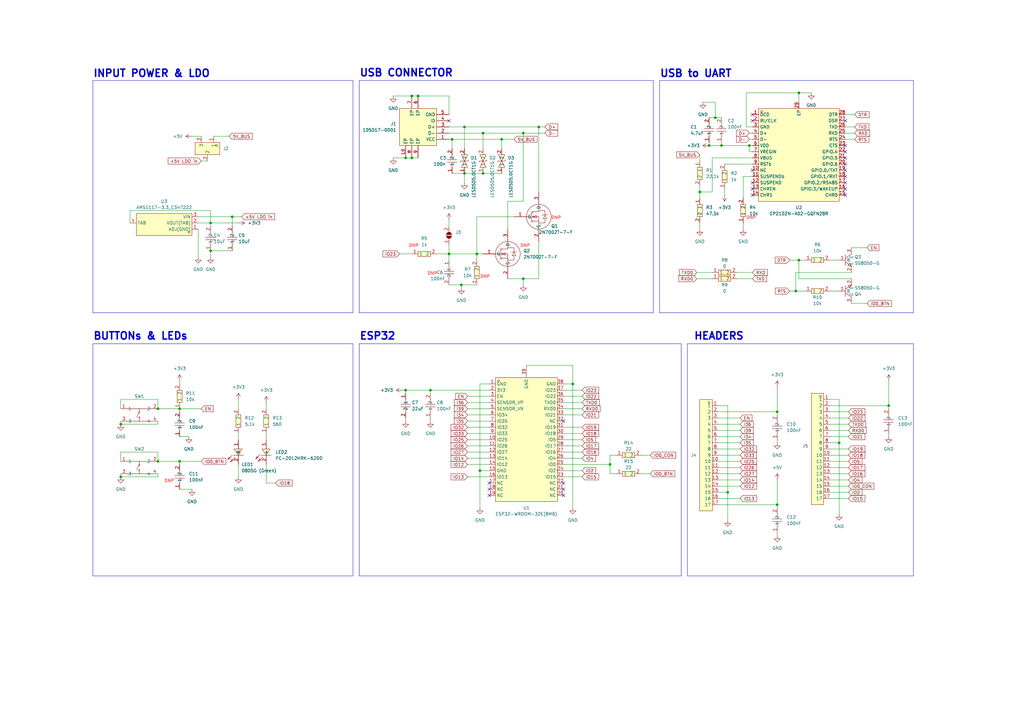
<source format=kicad_sch>
(kicad_sch (version 20230121) (generator eeschema)
  (paper "A3")
  (title_block (title "ESP32") (date "2024-09-22") (rev "1") (company "SHElectronic") (comment 2 "By Sherwin Sattar") (comment 4 "ESP32 sch"))
  (lib_symbols
    (symbol "Jumper:SolderJumper_2_Open" (pin_names (offset 0) hide)
      (property "Reference" "JP" (at 0 2.032 0))
      (property "Value" "SolderJumper_2_Open" (at 0 -2.54 0))
      (symbol "SolderJumper_2_Open_1_1"
        (pin passive line (at -3.81 0 0) (length 2.54) (name "A") (number "1"))
        (pin passive line (at 3.81 0 180) (length 2.54) (name "B") (number "2"))
      )
    )
    (symbol "easyeda2kicad:0402WGF0000TCE"
      (property "Reference" "R" (at 0 5.08 0))
      (property "Value" "0402WGF0000TCE" (at 0 -5.08 0))
      (symbol "0402WGF0000TCE_0_1"
        (pin input line (at -5.08 0 0) (length 2.54) (name "1") (number "1"))
        (pin input line (at 5.08 0 180) (length 2.54) (name "2") (number "2"))
      )
    )
    (symbol "easyeda2kicad:0402WGF1001TCE"
      (property "Reference" "R" (at 0 5.08 0))
      (property "Value" "0402WGF1001TCE" (at 0 -5.08 0))
      (symbol "0402WGF1001TCE_0_1"
        (pin input line (at -5.08 0 0) (length 2.54) (name "1") (number "1"))
        (pin input line (at 5.08 0 180) (length 2.54) (name "2") (number "2"))
      )
    )
    (symbol "easyeda2kicad:0402WGF1002TCE"
      (property "Reference" "R" (at 0 5.08 0))
      (property "Value" "0402WGF1002TCE" (at 0 -5.08 0))
      (symbol "0402WGF1002TCE_0_1"
        (pin input line (at -5.08 0 0) (length 2.54) (name "1") (number "1"))
        (pin input line (at 5.08 0 180) (length 2.54) (name "2") (number "2"))
      )
    )
    (symbol "easyeda2kicad:0402WGF220JTCE"
      (property "Reference" "R" (at 0 5.08 0))
      (property "Value" "0402WGF220JTCE" (at 0 -5.08 0))
      (symbol "0402WGF220JTCE_0_1"
        (pin input line (at -5.08 0 0) (length 2.54) (name "1") (number "1"))
        (pin input line (at 5.08 0 180) (length 2.54) (name "2") (number "2"))
      )
    )
    (symbol "easyeda2kicad:0402WGF2212TCE"
      (property "Reference" "R" (at 0 5.08 0))
      (property "Value" "0402WGF2212TCE" (at 0 -5.08 0))
      (symbol "0402WGF2212TCE_0_1"
        (pin input line (at -5.08 0 0) (length 2.54) (name "1") (number "1"))
        (pin input line (at 5.08 0 180) (length 2.54) (name "2") (number "2"))
      )
    )
    (symbol "easyeda2kicad:0402WGF4752TCE"
      (property "Reference" "R" (at 0 5.08 0))
      (property "Value" "0402WGF4752TCE" (at 0 -5.08 0))
      (symbol "0402WGF4752TCE_0_1"
        (pin input line (at -5.08 0 0) (length 2.54) (name "1") (number "1"))
        (pin input line (at 5.08 0 180) (length 2.54) (name "2") (number "2"))
      )
    )
    (symbol "easyeda2kicad:0402WGF5101TCE"
      (property "Reference" "R" (at 0 5.08 0))
      (property "Value" "0402WGF5101TCE" (at 0 -5.08 0))
      (symbol "0402WGF5101TCE_0_1"
        (pin input line (at -5.08 0 0) (length 2.54) (name "1") (number "1"))
        (pin input line (at 5.08 0 180) (length 2.54) (name "2") (number "2"))
      )
    )
    (symbol "easyeda2kicad:0402WGF5600TCE"
      (property "Reference" "R" (at 0 5.08 0))
      (property "Value" "0402WGF5600TCE" (at 0 -5.08 0))
      (symbol "0402WGF5600TCE_0_1"
        (pin input line (at -5.08 0 0) (length 2.54) (name "1") (number "1"))
        (pin input line (at 5.08 0 180) (length 2.54) (name "2") (number "2"))
      )
    )
    (symbol "easyeda2kicad:0805G(Green)"
      (property "Reference" "LED" (at 0 5.08 0))
      (property "Value" "0805G (Green)" (at 0 -5.08 0))
      (symbol "0805G(Green)_0_1"
        (pin unspecified line (at 5.08 0 180) (length 3.81) (name "A") (number "1"))
        (pin unspecified line (at -5.08 0 0) (length 3.81) (name "K") (number "2"))
      )
    )
    (symbol "easyeda2kicad:105017-0001"
      (property "Reference" "USB" (at 0 17.78 0))
      (property "Value" "105017-0001" (at 0 -17.78 0))
      (symbol "105017-0001_0_1"
        (pin unspecified line (at -8.89 5.08 0) (length 5.08) (name "VCC") (number "1"))
        (pin unspecified line (at 8.89 12.7 270) (length 5.08) (name "EP") (number "10"))
        (pin unspecified line (at -8.89 2.54 0) (length 5.08) (name "D-") (number "2"))
        (pin unspecified line (at -8.89 0 0) (length 5.08) (name "D+") (number "3"))
        (pin unspecified line (at -8.89 -2.54 0) (length 5.08) (name "ID") (number "4"))
        (pin unspecified line (at -8.89 -5.08 0) (length 5.08) (name "GND") (number "5"))
        (pin unspecified line (at 3.81 -12.7 90) (length 5.08) (name "EP") (number "6"))
        (pin unspecified line (at 6.35 -12.7 90) (length 5.08) (name "EP") (number "7"))
        (pin unspecified line (at 6.35 12.7 270) (length 5.08) (name "EP") (number "8"))
        (pin unspecified line (at 3.81 12.7 270) (length 5.08) (name "EP") (number "9"))
      )
    )
    (symbol "easyeda2kicad:2N7002T-7-F"
      (property "Reference" "Q" (at 0 15.24 0))
      (property "Value" "2N7002T-7-F" (at 0 -15.24 0))
      (symbol "2N7002T-7-F_0_1"
        (pin unspecified line (at -10.16 0 0) (length 5.08) (name "G") (number "1"))
        (pin unspecified line (at 0 -10.16 90) (length 5.08) (name "S") (number "2"))
        (pin unspecified line (at 0 10.16 270) (length 5.08) (name "D") (number "3"))
      )
    )
    (symbol "easyeda2kicad:AMS1117-3.3_C347222"
      (property "Reference" "U" (at 0 7.62 0))
      (property "Value" "AMS1117-3.3_C347222" (at 0 -7.62 0))
      (symbol "AMS1117-3.3_C347222_0_1"
        (pin unspecified line (at -15.24 2.54 0) (length 2.54) (name "ADJ(GND)") (number "1"))
        (pin unspecified line (at -15.24 0 0) (length 2.54) (name "VOUT(TAB)") (number "2"))
        (pin unspecified line (at -15.24 -2.54 0) (length 2.54) (name "VIN") (number "3"))
        (pin unspecified line (at 12.7 0 180) (length 2.54) (name "TAB") (number "4"))
      )
    )
    (symbol "easyeda2kicad:CL05A106MP5NUNC_C315248"
      (property "Reference" "C" (at 0 5.08 0))
      (property "Value" "CL05A106MP5NUNC_C315248" (at 0 -5.08 0))
      (symbol "CL05A106MP5NUNC_C315248_0_1"
        (pin unspecified line (at -5.08 0 0) (length 2.54) (name "1") (number "1"))
        (pin unspecified line (at 5.08 0 180) (length 2.54) (name "2") (number "2"))
      )
    )
    (symbol "easyeda2kicad:CL05A475KP5NRNC"
      (property "Reference" "C" (at 0 10.16 0))
      (property "Value" "CL05A475KP5NRNC" (at 0 -10.16 0))
      (symbol "CL05A475KP5NRNC_0_1"
        (pin unspecified line (at 0 -5.08 90) (length 2.54) (name "1") (number "1"))
        (pin unspecified line (at 0 5.08 270) (length 2.54) (name "2") (number "2"))
      )
    )
    (symbol "easyeda2kicad:CL05B104KO5NNNC"
      (property "Reference" "C" (at 0 5.08 0))
      (property "Value" "CL05B104KO5NNNC" (at 0 -5.08 0))
      (symbol "CL05B104KO5NNNC_0_1"
        (pin unspecified line (at -5.08 0 0) (length 2.54) (name "1") (number "1"))
        (pin unspecified line (at 5.08 0 180) (length 2.54) (name "2") (number "2"))
      )
    )
    (symbol "easyeda2kicad:CL21A226MAYNNNE"
      (property "Reference" "C" (at 0 5.08 0))
      (property "Value" "CL21A226MAYNNNE" (at 0 -5.08 0))
      (symbol "CL21A226MAYNNNE_0_1"
        (pin unspecified line (at -5.08 0 0) (length 2.54) (name "1") (number "1"))
        (pin unspecified line (at 5.08 0 180) (length 2.54) (name "2") (number "2"))
      )
    )
    (symbol "easyeda2kicad:CP2102N-A02-GQFN28R"
      (property "Reference" "U" (at 0 26.67 0))
      (property "Value" "CP2102N-A02-GQFN28R" (at 0 -21.59 0))
      (symbol "CP2102N-A02-GQFN28R_0_1"
        (pin unspecified line (at -19.05 16.51 0) (length 2.54) (name "DCD") (number "1"))
        (pin unspecified line (at -19.05 -6.35 0) (length 2.54) (name "NC") (number "10"))
        (pin unspecified line (at -19.05 -8.89 0) (length 2.54) (name "SUSPENDb") (number "11"))
        (pin unspecified line (at -19.05 -11.43 0) (length 2.54) (name "SUSPEND") (number "12"))
        (pin unspecified line (at -19.05 -13.97 0) (length 2.54) (name "CHREN") (number "13"))
        (pin unspecified line (at -19.05 -16.51 0) (length 2.54) (name "CHR1") (number "14"))
        (pin unspecified line (at 19.05 -16.51 180) (length 2.54) (name "CHR0") (number "15"))
        (pin unspecified line (at 19.05 -13.97 180) (length 2.54) (name "GPIO.3/WAKEUP") (number "16"))
        (pin unspecified line (at 19.05 -11.43 180) (length 2.54) (name "GPIO.2/RS485") (number "17"))
        (pin unspecified line (at 19.05 -8.89 180) (length 2.54) (name "GPIO.1/RXT") (number "18"))
        (pin unspecified line (at 19.05 -6.35 180) (length 2.54) (name "GPIO.0/TXT") (number "19"))
        (pin unspecified line (at -19.05 13.97 0) (length 2.54) (name "RI/CLK") (number "2"))
        (pin unspecified line (at 19.05 -3.81 180) (length 2.54) (name "GPIO.6") (number "20"))
        (pin unspecified line (at 19.05 -1.27 180) (length 2.54) (name "GPIO.5") (number "21"))
        (pin unspecified line (at 19.05 1.27 180) (length 2.54) (name "GPIO.4") (number "22"))
        (pin unspecified line (at 19.05 3.81 180) (length 2.54) (name "CTS") (number "23"))
        (pin unspecified line (at 19.05 6.35 180) (length 2.54) (name "RTS") (number "24"))
        (pin unspecified line (at 19.05 8.89 180) (length 2.54) (name "RXD") (number "25"))
        (pin unspecified line (at 19.05 11.43 180) (length 2.54) (name "TXD") (number "26"))
        (pin unspecified line (at 19.05 13.97 180) (length 2.54) (name "DSR") (number "27"))
        (pin unspecified line (at 19.05 16.51 180) (length 2.54) (name "DTR") (number "28"))
        (pin unspecified line (at 0 21.59 270) (length 2.54) (name "EP") (number "29"))
        (pin unspecified line (at -19.05 11.43 0) (length 2.54) (name "GND") (number "3"))
        (pin unspecified line (at -19.05 8.89 0) (length 2.54) (name "D+") (number "4"))
        (pin unspecified line (at -19.05 6.35 0) (length 2.54) (name "D-") (number "5"))
        (pin unspecified line (at -19.05 3.81 0) (length 2.54) (name "VDD") (number "6"))
        (pin unspecified line (at -19.05 1.27 0) (length 2.54) (name "VREGIN") (number "7"))
        (pin unspecified line (at -19.05 -1.27 0) (length 2.54) (name "VBUS") (number "8"))
        (pin unspecified line (at -19.05 -3.81 0) (length 2.54) (name "RSTb") (number "9"))
      )
    )
    (symbol "easyeda2kicad:ESP32-WROOM-32E(8MB)"
      (property "Reference" "U" (at 0 38.1 0))
      (property "Value" "ESP32-WROOM-32E(8MB)" (at 0 -25.4 0))
      (symbol "ESP32-WROOM-32E(8MB)_0_1"
        (pin unspecified line (at -15.24 25.4 0) (length 2.54) (name "GND") (number "1"))
        (pin unspecified line (at -15.24 2.54 0) (length 2.54) (name "IO25") (number "10"))
        (pin unspecified line (at -15.24 0 0) (length 2.54) (name "IO26") (number "11"))
        (pin unspecified line (at -15.24 -2.54 0) (length 2.54) (name "IO27") (number "12"))
        (pin unspecified line (at -15.24 -5.08 0) (length 2.54) (name "IO14") (number "13"))
        (pin unspecified line (at -15.24 -7.62 0) (length 2.54) (name "IO12") (number "14"))
        (pin unspecified line (at -15.24 -10.16 0) (length 2.54) (name "GND") (number "15"))
        (pin unspecified line (at -15.24 -12.7 0) (length 2.54) (name "IO13") (number "16"))
        (pin unspecified line (at -15.24 -15.24 0) (length 2.54) (name "NC") (number "17"))
        (pin unspecified line (at -15.24 -17.78 0) (length 2.54) (name "NC") (number "18"))
        (pin unspecified line (at -15.24 -20.32 0) (length 2.54) (name "NC") (number "19"))
        (pin unspecified line (at -15.24 22.86 0) (length 2.54) (name "3V3") (number "2"))
        (pin unspecified line (at 15.24 -20.32 180) (length 2.54) (name "NC") (number "20"))
        (pin unspecified line (at 15.24 -17.78 180) (length 2.54) (name "NC") (number "21"))
        (pin unspecified line (at 15.24 -15.24 180) (length 2.54) (name "NC") (number "22"))
        (pin unspecified line (at 15.24 -12.7 180) (length 2.54) (name "IO15") (number "23"))
        (pin unspecified line (at 15.24 -10.16 180) (length 2.54) (name "IO2") (number "24"))
        (pin unspecified line (at 15.24 -7.62 180) (length 2.54) (name "IO0") (number "25"))
        (pin unspecified line (at 15.24 -5.08 180) (length 2.54) (name "IO4") (number "26"))
        (pin unspecified line (at 15.24 -2.54 180) (length 2.54) (name "IO16") (number "27"))
        (pin unspecified line (at 15.24 0 180) (length 2.54) (name "IO17") (number "28"))
        (pin unspecified line (at 15.24 2.54 180) (length 2.54) (name "IO5") (number "29"))
        (pin unspecified line (at -15.24 20.32 0) (length 2.54) (name "EN") (number "3"))
        (pin unspecified line (at 15.24 5.08 180) (length 2.54) (name "IO18") (number "30"))
        (pin unspecified line (at 15.24 7.62 180) (length 2.54) (name "IO19") (number "31"))
        (pin unspecified line (at 15.24 10.16 180) (length 2.54) (name "NC") (number "32"))
        (pin unspecified line (at 15.24 12.7 180) (length 2.54) (name "IO21") (number "33"))
        (pin unspecified line (at 15.24 15.24 180) (length 2.54) (name "RXD0") (number "34"))
        (pin unspecified line (at 15.24 17.78 180) (length 2.54) (name "TXD0") (number "35"))
        (pin unspecified line (at 15.24 20.32 180) (length 2.54) (name "IO22") (number "36"))
        (pin unspecified line (at 15.24 22.86 180) (length 2.54) (name "IO23") (number "37"))
        (pin unspecified line (at 15.24 25.4 180) (length 2.54) (name "GND") (number "38"))
        (pin unspecified line (at 0 33.02 270) (length 5.08) (name "GND") (number "39"))
        (pin unspecified line (at -15.24 17.78 0) (length 2.54) (name "SENSOR_VP") (number "4"))
        (pin unspecified line (at -15.24 15.24 0) (length 2.54) (name "SENSOR_VN") (number "5"))
        (pin unspecified line (at -15.24 12.7 0) (length 2.54) (name "IO34") (number "6"))
        (pin unspecified line (at -15.24 10.16 0) (length 2.54) (name "IO35") (number "7"))
        (pin unspecified line (at -15.24 7.62 0) (length 2.54) (name "IO32") (number "8"))
        (pin unspecified line (at -15.24 5.08 0) (length 2.54) (name "IO33") (number "9"))
      )
    )
    (symbol "easyeda2kicad:FC-2012HRK-620D"
      (property "Reference" "LED" (at 0 5.08 0))
      (property "Value" "FC-2012HRK-620D" (at 0 -5.08 0))
      (symbol "FC-2012HRK-620D_0_1"
        (pin unspecified line (at 5.08 0 180) (length 3.81) (name "+") (number "1"))
        (pin unspecified line (at -5.08 0 0) (length 3.81) (name "-") (number "2"))
      )
    )
    (symbol "easyeda2kicad:LESD5D5.0CT1G"
      (property "Reference" "D" (at 0 5.08 0))
      (property "Value" "LESD5D5.0CT1G" (at 0 -5.08 0))
      (symbol "LESD5D5.0CT1G_0_1"
        (pin unspecified line (at -5.08 0 0) (length 2.54) (name "1") (number "1"))
        (pin unspecified line (at 5.08 0 180) (length 2.54) (name "2") (number "2"))
      )
    )
    (symbol "easyeda2kicad:PTS645SH50SMTR92LFS"
      (property "Reference" "SW" (at 0 7.62 0))
      (property "Value" "PTS645SH50SMTR92LFS" (at 0 -7.62 0))
      (symbol "PTS645SH50SMTR92LFS_0_1"
        (pin unspecified line (at -7.62 2.54 0) (length 2.54) (name "1") (number "1"))
        (pin unspecified line (at 7.62 2.54 180) (length 2.54) (name "2") (number "2"))
        (pin unspecified line (at -7.62 -2.54 0) (length 2.54) (name "3") (number "3"))
        (pin unspecified line (at 7.62 -2.54 180) (length 2.54) (name "4") (number "4"))
      )
    )
    (symbol "easyeda2kicad:SS8050-G"
      (property "Reference" "Q" (at 0 10.16 0))
      (property "Value" "SS8050-G" (at 0 -10.16 0))
      (symbol "SS8050-G_0_1"
        (pin input line (at -2.54 0 0) (length 2.54) (name "B") (number "1"))
        (pin input line (at 2.54 -5.08 90) (length 2.54) (name "E") (number "2"))
        (pin input line (at 2.54 5.08 270) (length 2.54) (name "C") (number "3"))
      )
    )
    (symbol "easyeda2kicad:X1311WVS-03J-C40D42R2"
      (property "Reference" "H" (at 0 7.62 0))
      (property "Value" "X1311WVS-03J-C40D42R2" (at 0 -7.62 0))
      (symbol "X1311WVS-03J-C40D42R2_0_1"
        (pin unspecified line (at -5.08 2.54 0) (length 2.54) (name "1") (number "1"))
        (pin unspecified line (at 5.08 0 180) (length 2.54) (name "2") (number "2"))
        (pin unspecified line (at -5.08 -2.54 0) (length 2.54) (name "3") (number "3"))
      )
    )
    (symbol "easyeda2kicad:X6511WV-17H-C30D60"
      (property "Reference" "H" (at 0 25.4 0))
      (property "Value" "X6511WV-17H-C30D60" (at 0 -25.4 0))
      (symbol "X6511WV-17H-C30D60_0_1"
        (pin unspecified line (at -5.08 20.32 0) (length 2.54) (name "1") (number "1"))
        (pin unspecified line (at -5.08 -2.54 0) (length 2.54) (name "10") (number "10"))
        (pin unspecified line (at -5.08 -5.08 0) (length 2.54) (name "11") (number "11"))
        (pin unspecified line (at -5.08 -7.62 0) (length 2.54) (name "12") (number "12"))
        (pin unspecified line (at -5.08 -10.16 0) (length 2.54) (name "13") (number "13"))
        (pin unspecified line (at -5.08 -12.7 0) (length 2.54) (name "14") (number "14"))
        (pin unspecified line (at -5.08 -15.24 0) (length 2.54) (name "15") (number "15"))
        (pin unspecified line (at -5.08 -17.78 0) (length 2.54) (name "16") (number "16"))
        (pin unspecified line (at -5.08 -20.32 0) (length 2.54) (name "17") (number "17"))
        (pin unspecified line (at -5.08 17.78 0) (length 2.54) (name "2") (number "2"))
        (pin unspecified line (at -5.08 15.24 0) (length 2.54) (name "3") (number "3"))
        (pin unspecified line (at -5.08 12.7 0) (length 2.54) (name "4") (number "4"))
        (pin unspecified line (at -5.08 10.16 0) (length 2.54) (name "5") (number "5"))
        (pin unspecified line (at -5.08 7.62 0) (length 2.54) (name "6") (number "6"))
        (pin unspecified line (at -5.08 5.08 0) (length 2.54) (name "7") (number "7"))
        (pin unspecified line (at -5.08 2.54 0) (length 2.54) (name "8") (number "8"))
        (pin unspecified line (at -5.08 0 0) (length 2.54) (name "9") (number "9"))
      )
    )
    (symbol "power:+3V3" (power) (pin_names (offset 0))
      (property "Value" "+3V3" (at 0 3.556 0))
      (symbol "+3V3_1_1"
        (pin power_in line (at 0 0 90) (length 0) hide (name "+3V3") (number "1"))
      )
    )
    (symbol "power:+5V" (power) (pin_names (offset 0))
      (property "Value" "+5V" (at 0 3.556 0))
      (symbol "+5V_1_1"
        (pin power_in line (at 0 0 90) (length 0) hide (name "+5V") (number "1"))
      )
    )
    (symbol "power:GND" (power) (pin_names (offset 0))
      (property "Value" "GND" (at 0 -3.81 0))
      (symbol "GND_1_1"
        (pin power_in line (at 0 0 270) (length 0) hide (name "GND") (number "1"))
      )
    )
  )
  (junction (at 168.91 39.37))
  (junction (at 196.85 193.04))
  (junction (at 168.91 64.77))
  (junction (at 64.77 167.64))
  (junction (at 64.77 189.23))
  (junction (at 327.66 106.68))
  (junction (at 326.39 119.38))
  (junction (at 86.36 91.44))
  (junction (at 198.12 54.61))
  (junction (at 327.66 38.1))
  (junction (at 364.49 166.37))
  (junction (at 205.74 57.15))
  (junction (at 287.02 78.74))
  (junction (at 73.66 167.64))
  (junction (at 318.77 168.91))
  (junction (at 295.91 59.69))
  (junction (at 190.5 71.12))
  (junction (at 166.37 160.02))
  (junction (at 184.15 104.14))
  (junction (at 198.12 71.12))
  (junction (at 190.5 52.07))
  (junction (at 171.45 39.37))
  (junction (at 318.77 207.01))
  (junction (at 220.98 52.07))
  (junction (at 344.17 181.61))
  (junction (at 166.37 64.77))
  (junction (at 298.45 201.93))
  (junction (at 307.34 59.69))
  (junction (at 49.53 173.99))
  (junction (at 95.25 88.9))
  (junction (at 49.53 195.58))
  (junction (at 195.58 104.14))
  (junction (at 185.42 57.15))
  (junction (at 214.63 54.61))
  (junction (at 176.53 160.02))
  (junction (at 250.19 190.5))
  (junction (at 73.66 189.23))
  (junction (at 86.36 102.87))
  (junction (at 290.83 59.69))
  (junction (at 293.37 48.26))
  (junction (at 214.63 114.3))
  (junction (at 234.95 157.48))
  (junction (at 189.23 116.84))
  (no_connect (at 184.15 49.53))
  (no_connect (at 308.61 69.85))
  (no_connect (at 200.66 203.2))
  (no_connect (at 231.14 203.2))
  (no_connect (at 308.61 80.01))
  (no_connect (at 308.61 46.99))
  (no_connect (at 308.61 74.93))
  (no_connect (at 346.71 72.39))
  (no_connect (at 346.71 59.69))
  (no_connect (at 346.71 64.77))
  (no_connect (at 231.14 198.12))
  (no_connect (at 346.71 69.85))
  (no_connect (at 346.71 74.93))
  (no_connect (at 346.71 77.47))
  (no_connect (at 200.66 198.12))
  (no_connect (at 308.61 49.53))
  (no_connect (at 346.71 62.23))
  (no_connect (at 231.14 200.66))
  (no_connect (at 346.71 49.53))
  (no_connect (at 346.71 80.01))
  (no_connect (at 231.14 172.72))
  (no_connect (at 200.66 200.66))
  (no_connect (at 346.71 67.31))
  (no_connect (at 308.61 77.47))
  (wire (pts (xy 189.23 116.84) (xy 189.23 118.11)))
  (wire (pts (xy 198.12 71.12) (xy 205.74 71.12)))
  (wire (pts (xy 231.14 193.04) (xy 238.76 193.04)))
  (wire (pts (xy 364.49 166.37) (xy 364.49 167.64)))
  (wire (pts (xy 294.64 189.23) (xy 303.53 189.23)))
  (wire (pts (xy 307.34 57.15) (xy 308.61 57.15)))
  (wire (pts (xy 340.36 163.83) (xy 344.17 163.83)))
  (wire (pts (xy 294.64 171.45) (xy 303.53 171.45)))
  (wire (pts (xy 166.37 160.02) (xy 166.37 161.29)))
  (wire (pts (xy 231.14 182.88) (xy 238.76 182.88)))
  (wire (pts (xy 49.53 167.64) (xy 49.53 163.83)))
  (wire (pts (xy 231.14 187.96) (xy 238.76 187.96)))
  (wire (pts (xy 184.15 52.07) (xy 190.5 52.07)))
  (wire (pts (xy 250.19 194.31) (xy 250.19 190.5)))
  (wire (pts (xy 190.5 52.07) (xy 190.5 60.96)))
  (wire (pts (xy 346.71 57.15) (xy 350.52 57.15)))
  (wire (pts (xy 64.77 194.31) (xy 64.77 195.58)))
  (wire (pts (xy 195.58 116.84) (xy 189.23 116.84)))
  (wire (pts (xy 113.03 198.12) (xy 109.22 198.12)))
  (wire (pts (xy 190.5 52.07) (xy 220.98 52.07)))
  (wire (pts (xy 231.14 177.8) (xy 238.76 177.8)))
  (wire (pts (xy 298.45 201.93) (xy 298.45 213.36)))
  (wire (pts (xy 220.98 99.06) (xy 220.98 114.3)))
  (wire (pts (xy 318.77 180.34) (xy 318.77 181.61)))
  (wire (pts (xy 294.64 196.85) (xy 303.53 196.85)))
  (wire (pts (xy 163.83 104.14) (xy 168.91 104.14)))
  (wire (pts (xy 308.61 62.23) (xy 307.34 62.23)))
  (wire (pts (xy 97.79 190.5) (xy 97.79 195.58)))
  (wire (pts (xy 82.55 66.04) (xy 85.09 66.04)))
  (wire (pts (xy 184.15 100.33) (xy 184.15 104.14)))
  (wire (pts (xy 176.53 171.45) (xy 176.53 172.72)))
  (wire (pts (xy 191.77 167.64) (xy 200.66 167.64)))
  (wire (pts (xy 307.34 62.23) (xy 307.34 59.69)))
  (wire (pts (xy 340.36 191.77) (xy 347.98 191.77)))
  (wire (pts (xy 215.9 149.86) (xy 234.95 149.86)))
  (wire (pts (xy 73.66 189.23) (xy 73.66 190.5)))
  (wire (pts (xy 191.77 185.42) (xy 200.66 185.42)))
  (wire (pts (xy 184.15 46.99) (xy 184.15 39.37)))
  (wire (pts (xy 184.15 90.17) (xy 184.15 92.71)))
  (wire (pts (xy 168.91 39.37) (xy 171.45 39.37)))
  (wire (pts (xy 307.34 54.61) (xy 308.61 54.61)))
  (wire (pts (xy 176.53 160.02) (xy 166.37 160.02)))
  (wire (pts (xy 287.02 91.44) (xy 287.02 93.98)))
  (wire (pts (xy 200.66 160.02) (xy 176.53 160.02)))
  (wire (pts (xy 340.36 179.07) (xy 347.98 179.07)))
  (wire (pts (xy 64.77 185.42) (xy 64.77 189.23)))
  (wire (pts (xy 53.34 86.36) (xy 86.36 86.36)))
  (wire (pts (xy 340.36 168.91) (xy 347.98 168.91)))
  (wire (pts (xy 73.66 179.07) (xy 77.47 179.07)))
  (wire (pts (xy 86.36 102.87) (xy 86.36 105.41)))
  (wire (pts (xy 346.71 52.07) (xy 350.52 52.07)))
  (wire (pts (xy 306.07 52.07) (xy 306.07 38.1)))
  (wire (pts (xy 184.15 104.14) (xy 195.58 104.14)))
  (wire (pts (xy 294.64 166.37) (xy 298.45 166.37)))
  (wire (pts (xy 190.5 71.12) (xy 198.12 71.12)))
  (wire (pts (xy 191.77 190.5) (xy 200.66 190.5)))
  (wire (pts (xy 73.66 200.66) (xy 78.74 200.66)))
  (wire (pts (xy 73.66 167.64) (xy 82.55 167.64)))
  (wire (pts (xy 293.37 41.91) (xy 293.37 48.26)))
  (wire (pts (xy 191.77 170.18) (xy 200.66 170.18)))
  (wire (pts (xy 287.02 63.5) (xy 287.02 66.04)))
  (wire (pts (xy 250.19 186.69) (xy 252.73 186.69)))
  (wire (pts (xy 308.61 64.77) (xy 292.1 64.77)))
  (wire (pts (xy 195.58 104.14) (xy 198.12 104.14)))
  (wire (pts (xy 294.64 176.53) (xy 303.53 176.53)))
  (wire (pts (xy 364.49 156.21) (xy 364.49 166.37)))
  (wire (pts (xy 290.83 48.26) (xy 293.37 48.26)))
  (wire (pts (xy 208.28 82.55) (xy 214.63 82.55)))
  (wire (pts (xy 318.77 207.01) (xy 318.77 208.28)))
  (wire (pts (xy 293.37 48.26) (xy 295.91 48.26)))
  (wire (pts (xy 81.28 93.98) (xy 81.28 105.41)))
  (wire (pts (xy 340.36 201.93) (xy 347.98 201.93)))
  (wire (pts (xy 191.77 180.34) (xy 200.66 180.34)))
  (wire (pts (xy 294.64 207.01) (xy 318.77 207.01)))
  (wire (pts (xy 205.74 57.15) (xy 210.82 57.15)))
  (wire (pts (xy 161.29 39.37) (xy 168.91 39.37)))
  (wire (pts (xy 318.77 168.91) (xy 318.77 170.18)))
  (wire (pts (xy 109.22 190.5) (xy 109.22 198.12)))
  (wire (pts (xy 231.14 165.1) (xy 238.76 165.1)))
  (wire (pts (xy 323.85 106.68) (xy 327.66 106.68)))
  (wire (pts (xy 349.25 111.76) (xy 326.39 111.76)))
  (wire (pts (xy 73.66 189.23) (xy 82.55 189.23)))
  (wire (pts (xy 64.77 189.23) (xy 73.66 189.23)))
  (wire (pts (xy 327.66 106.68) (xy 330.2 106.68)))
  (wire (pts (xy 184.15 104.14) (xy 184.15 106.68)))
  (wire (pts (xy 49.53 185.42) (xy 64.77 185.42)))
  (wire (pts (xy 208.28 93.98) (xy 208.28 82.55)))
  (wire (pts (xy 64.77 167.64) (xy 73.66 167.64)))
  (wire (pts (xy 95.25 88.9) (xy 99.06 88.9)))
  (wire (pts (xy 302.26 114.3) (xy 308.61 114.3)))
  (wire (pts (xy 285.75 111.76) (xy 292.1 111.76)))
  (wire (pts (xy 323.85 119.38) (xy 326.39 119.38)))
  (wire (pts (xy 195.58 104.14) (xy 195.58 106.68)))
  (wire (pts (xy 234.95 149.86) (xy 234.95 157.48)))
  (wire (pts (xy 288.29 41.91) (xy 293.37 41.91)))
  (wire (pts (xy 294.64 184.15) (xy 303.53 184.15)))
  (wire (pts (xy 214.63 114.3) (xy 214.63 116.84)))
  (wire (pts (xy 346.71 54.61) (xy 350.52 54.61)))
  (wire (pts (xy 340.36 166.37) (xy 364.49 166.37)))
  (wire (pts (xy 86.36 91.44) (xy 86.36 92.71)))
  (wire (pts (xy 64.77 195.58) (xy 49.53 195.58)))
  (wire (pts (xy 250.19 190.5) (xy 250.19 186.69)))
  (wire (pts (xy 64.77 172.72) (xy 64.77 173.99)))
  (wire (pts (xy 73.66 167.64) (xy 73.66 168.91)))
  (wire (pts (xy 340.36 194.31) (xy 347.98 194.31)))
  (wire (pts (xy 64.77 173.99) (xy 49.53 173.99)))
  (wire (pts (xy 287.02 76.2) (xy 287.02 78.74)))
  (wire (pts (xy 340.36 176.53) (xy 347.98 176.53)))
  (wire (pts (xy 78.74 55.88) (xy 82.55 55.88)))
  (wire (pts (xy 49.53 172.72) (xy 49.53 173.99)))
  (wire (pts (xy 109.22 177.8) (xy 109.22 180.34)))
  (wire (pts (xy 294.64 204.47) (xy 303.53 204.47)))
  (wire (pts (xy 184.15 116.84) (xy 189.23 116.84)))
  (wire (pts (xy 294.64 179.07) (xy 303.53 179.07)))
  (wire (pts (xy 346.71 46.99) (xy 350.52 46.99)))
  (wire (pts (xy 49.53 194.31) (xy 49.53 195.58)))
  (wire (pts (xy 332.74 38.1) (xy 327.66 38.1)))
  (wire (pts (xy 165.1 160.02) (xy 166.37 160.02)))
  (wire (pts (xy 220.98 114.3) (xy 214.63 114.3)))
  (wire (pts (xy 262.89 186.69) (xy 266.7 186.69)))
  (wire (pts (xy 297.18 77.47) (xy 297.18 80.01)))
  (wire (pts (xy 308.61 52.07) (xy 306.07 52.07)))
  (wire (pts (xy 318.77 158.75) (xy 318.77 168.91)))
  (wire (pts (xy 349.25 114.3) (xy 327.66 114.3)))
  (wire (pts (xy 340.36 189.23) (xy 347.98 189.23)))
  (wire (pts (xy 297.18 67.31) (xy 308.61 67.31)))
  (wire (pts (xy 294.64 201.93) (xy 298.45 201.93)))
  (wire (pts (xy 285.75 114.3) (xy 292.1 114.3)))
  (wire (pts (xy 231.14 195.58) (xy 238.76 195.58)))
  (wire (pts (xy 292.1 64.77) (xy 292.1 78.74)))
  (wire (pts (xy 231.14 190.5) (xy 250.19 190.5)))
  (wire (pts (xy 234.95 157.48) (xy 234.95 208.28)))
  (wire (pts (xy 185.42 57.15) (xy 205.74 57.15)))
  (wire (pts (xy 191.77 162.56) (xy 200.66 162.56)))
  (wire (pts (xy 364.49 177.8) (xy 364.49 179.07)))
  (wire (pts (xy 185.42 71.12) (xy 190.5 71.12)))
  (wire (pts (xy 231.14 185.42) (xy 238.76 185.42)))
  (wire (pts (xy 86.36 102.87) (xy 95.25 102.87)))
  (wire (pts (xy 349.25 101.6) (xy 355.6 101.6)))
  (wire (pts (xy 231.14 180.34) (xy 238.76 180.34)))
  (wire (pts (xy 198.12 54.61) (xy 198.12 60.96)))
  (wire (pts (xy 262.89 194.31) (xy 266.7 194.31)))
  (wire (pts (xy 198.12 54.61) (xy 214.63 54.61)))
  (wire (pts (xy 191.77 165.1) (xy 200.66 165.1)))
  (wire (pts (xy 294.64 173.99) (xy 303.53 173.99)))
  (wire (pts (xy 53.34 91.44) (xy 53.34 86.36)))
  (wire (pts (xy 196.85 157.48) (xy 196.85 193.04)))
  (wire (pts (xy 294.64 181.61) (xy 303.53 181.61)))
  (wire (pts (xy 340.36 171.45) (xy 347.98 171.45)))
  (wire (pts (xy 294.64 191.77) (xy 303.53 191.77)))
  (wire (pts (xy 340.36 196.85) (xy 347.98 196.85)))
  (wire (pts (xy 294.64 186.69) (xy 303.53 186.69)))
  (wire (pts (xy 81.28 91.44) (xy 86.36 91.44)))
  (wire (pts (xy 49.53 163.83) (xy 64.77 163.83)))
  (wire (pts (xy 196.85 193.04) (xy 200.66 193.04)))
  (wire (pts (xy 220.98 52.07) (xy 223.52 52.07)))
  (wire (pts (xy 191.77 182.88) (xy 200.66 182.88)))
  (wire (pts (xy 231.14 175.26) (xy 238.76 175.26)))
  (wire (pts (xy 231.14 167.64) (xy 238.76 167.64)))
  (wire (pts (xy 231.14 157.48) (xy 234.95 157.48)))
  (wire (pts (xy 306.07 38.1) (xy 327.66 38.1)))
  (wire (pts (xy 344.17 163.83) (xy 344.17 181.61)))
  (wire (pts (xy 340.36 173.99) (xy 347.98 173.99)))
  (wire (pts (xy 295.91 59.69) (xy 307.34 59.69)))
  (wire (pts (xy 179.07 104.14) (xy 184.15 104.14)))
  (wire (pts (xy 304.8 91.44) (xy 304.8 93.98)))
  (wire (pts (xy 231.14 160.02) (xy 238.76 160.02)))
  (wire (pts (xy 210.82 88.9) (xy 195.58 88.9)))
  (wire (pts (xy 196.85 193.04) (xy 196.85 208.28)))
  (wire (pts (xy 298.45 166.37) (xy 298.45 201.93)))
  (wire (pts (xy 290.83 59.69) (xy 295.91 59.69)))
  (wire (pts (xy 231.14 162.56) (xy 238.76 162.56)))
  (wire (pts (xy 191.77 187.96) (xy 200.66 187.96)))
  (wire (pts (xy 168.91 64.77) (xy 171.45 64.77)))
  (wire (pts (xy 318.77 218.44) (xy 318.77 219.71)))
  (wire (pts (xy 340.36 119.38) (xy 344.17 119.38)))
  (wire (pts (xy 307.34 59.69) (xy 308.61 59.69)))
  (wire (pts (xy 190.5 71.12) (xy 190.5 74.93)))
  (wire (pts (xy 294.64 194.31) (xy 303.53 194.31)))
  (wire (pts (xy 340.36 204.47) (xy 347.98 204.47)))
  (wire (pts (xy 97.79 177.8) (xy 97.79 180.34)))
  (wire (pts (xy 292.1 78.74) (xy 287.02 78.74)))
  (wire (pts (xy 64.77 163.83) (xy 64.77 167.64)))
  (wire (pts (xy 326.39 111.76) (xy 326.39 119.38)))
  (wire (pts (xy 344.17 181.61) (xy 344.17 210.82)))
  (wire (pts (xy 252.73 194.31) (xy 250.19 194.31)))
  (wire (pts (xy 290.83 58.42) (xy 290.83 59.69)))
  (wire (pts (xy 340.36 199.39) (xy 347.98 199.39)))
  (wire (pts (xy 231.14 170.18) (xy 238.76 170.18)))
  (wire (pts (xy 86.36 86.36) (xy 86.36 91.44)))
  (wire (pts (xy 294.64 168.91) (xy 318.77 168.91)))
  (wire (pts (xy 73.66 156.21) (xy 73.66 157.48)))
  (wire (pts (xy 302.26 111.76) (xy 308.61 111.76)))
  (wire (pts (xy 81.28 88.9) (xy 95.25 88.9)))
  (wire (pts (xy 166.37 64.77) (xy 168.91 64.77)))
  (wire (pts (xy 86.36 91.44) (xy 97.79 91.44)))
  (wire (pts (xy 191.77 172.72) (xy 200.66 172.72)))
  (wire (pts (xy 295.91 58.42) (xy 295.91 59.69)))
  (wire (pts (xy 340.36 181.61) (xy 344.17 181.61)))
  (wire (pts (xy 191.77 177.8) (xy 200.66 177.8)))
  (wire (pts (xy 287.02 78.74) (xy 287.02 81.28)))
  (wire (pts (xy 184.15 54.61) (xy 198.12 54.61)))
  (wire (pts (xy 340.36 186.69) (xy 347.98 186.69)))
  (wire (pts (xy 97.79 163.83) (xy 97.79 167.64)))
  (wire (pts (xy 87.63 55.88) (xy 93.98 55.88)))
  (wire (pts (xy 161.29 64.77) (xy 166.37 64.77)))
  (wire (pts (xy 166.37 171.45) (xy 166.37 172.72)))
  (wire (pts (xy 184.15 57.15) (xy 185.42 57.15)))
  (wire (pts (xy 220.98 52.07) (xy 220.98 78.74)))
  (wire (pts (xy 340.36 184.15) (xy 347.98 184.15)))
  (wire (pts (xy 294.64 199.39) (xy 303.53 199.39)))
  (wire (pts (xy 185.42 57.15) (xy 185.42 60.96)))
  (wire (pts (xy 214.63 54.61) (xy 223.52 54.61)))
  (wire (pts (xy 304.8 72.39) (xy 308.61 72.39)))
  (wire (pts (xy 95.25 88.9) (xy 95.25 92.71)))
  (wire (pts (xy 195.58 88.9) (xy 195.58 104.14)))
  (wire (pts (xy 327.66 114.3) (xy 327.66 106.68)))
  (wire (pts (xy 176.53 160.02) (xy 176.53 161.29)))
  (wire (pts (xy 214.63 82.55) (xy 214.63 54.61)))
  (wire (pts (xy 49.53 189.23) (xy 49.53 185.42)))
  (wire (pts (xy 191.77 195.58) (xy 200.66 195.58)))
  (wire (pts (xy 326.39 119.38) (xy 330.2 119.38)))
  (wire (pts (xy 200.66 157.48) (xy 196.85 157.48)))
  (wire (pts (xy 318.77 196.85) (xy 318.77 207.01)))
  (wire (pts (xy 327.66 38.1) (xy 327.66 41.91)))
  (wire (pts (xy 349.25 124.46) (xy 355.6 124.46)))
  (wire (pts (xy 304.8 72.39) (xy 304.8 81.28)))
  (wire (pts (xy 205.74 57.15) (xy 205.74 60.96)))
  (wire (pts (xy 340.36 106.68) (xy 344.17 106.68)))
  (wire (pts (xy 109.22 165.1) (xy 109.22 167.64)))
  (wire (pts (xy 191.77 175.26) (xy 200.66 175.26)))
  (wire (pts (xy 214.63 114.3) (xy 208.28 114.3)))
  (wire (pts (xy 184.15 39.37) (xy 171.45 39.37)))
  (rectangle (start 281.94 140.97) (end 374.65 236.22))
  (rectangle (start 147.32 140.97) (end 279.4 236.22))
  (rectangle (start 38.1 140.97) (end 144.78 236.22))
  (rectangle (start 270.51 33.02) (end 374.65 128.27))
  (rectangle (start 38.1 33.02) (end 144.78 128.27))
  (rectangle (start 147.32 33.02) (end 267.97 128.27))
  (text "DNP" (at 226.06 90.17 0) (effects (font (size 1.27 1.27)) (justify left bottom)))
  (text "ESP32" (at 147.32 139.7 0) (effects (font (size 3 3) bold) (justify left bottom)))
  (text "HEADERS" (at 284.48 139.7 0) (effects (font (size 3 3) bold) (justify left bottom)))
  (text "DNP" (at 213.36 101.6 0) (effects (font (size 1.27 1.27)) (justify left bottom)))
  (text "BUTTONs & LEDs\n" (at 38.1 139.7 0) (effects (font (size 3 3) bold) (justify left bottom)))
  (text "USB CONNECTOR\n" (at 147.32 31.75 0) (effects (font (size 3 3) bold) (justify left bottom)))
  (text "DNP" (at 167.64 101.6 0) (effects (font (size 1.27 1.27)) (justify left bottom)))
  (text "DNP" (at 306.07 90.17 0) (effects (font (size 1.27 1.27)) (justify left bottom)))
  (text "INPUT POWER & LDO\n\n" (at 38.1 36.83 0) (effects (font (size 3 3) bold) (justify left bottom)))
  (text "DNP" (at 175.26 113.03 0) (effects (font (size 1.27 1.27)) (justify left bottom)))
  (text "DNP" (at 196.85 114.3 0) (effects (font (size 1.27 1.27)) (justify left bottom)))
  (text "USB to UART\n\n" (at 270.51 36.83 0) (effects (font (size 3 3) bold) (justify left bottom)))
  (text "DNP" (at 67.31 198.12 0) (effects (font (size 1.27 1.27)) (justify left bottom)))
  (global_label "IO25" (shape input) (at 191.77 180.34 180) (property "Intersheetrefs" "${INTERSHEET_REFS}" (effects hide)))
  (global_label "I36" (shape input) (at 191.77 165.1 180) (property "Intersheetrefs" "${INTERSHEET_REFS}" (effects hide)))
  (global_label "IO18" (shape input) (at 113.03 198.12 0) (property "Intersheetrefs" "${INTERSHEET_REFS}" (effects hide)))
  (global_label "IO22" (shape input) (at 347.98 171.45 0) (property "Intersheetrefs" "${INTERSHEET_REFS}" (effects hide)))
  (global_label "IO17" (shape input) (at 347.98 191.77 0) (property "Intersheetrefs" "${INTERSHEET_REFS}" (effects hide)))
  (global_label "5V_BUS" (shape input) (at 287.02 63.5 180) (property "Intersheetrefs" "${INTERSHEET_REFS}" (effects hide)))
  (global_label "IO17" (shape input) (at 238.76 182.88 0) (property "Intersheetrefs" "${INTERSHEET_REFS}" (effects hide)))
  (global_label "IO19" (shape input) (at 347.98 184.15 0) (property "Intersheetrefs" "${INTERSHEET_REFS}" (effects hide)))
  (global_label "IO27" (shape input) (at 191.77 185.42 180) (property "Intersheetrefs" "${INTERSHEET_REFS}" (effects hide)))
  (global_label "IO0_BTN" (shape input) (at 266.7 194.31 0) (property "Intersheetrefs" "${INTERSHEET_REFS}" (effects hide)))
  (global_label "IO21" (shape input) (at 347.98 179.07 0) (property "Intersheetrefs" "${INTERSHEET_REFS}" (effects hide)))
  (global_label "IO4" (shape input) (at 238.76 187.96 0) (property "Intersheetrefs" "${INTERSHEET_REFS}" (effects hide)))
  (global_label "IO26" (shape input) (at 303.53 191.77 0) (property "Intersheetrefs" "${INTERSHEET_REFS}" (effects hide)))
  (global_label "IO12" (shape input) (at 303.53 199.39 0) (property "Intersheetrefs" "${INTERSHEET_REFS}" (effects hide)))
  (global_label "EN" (shape input) (at 191.77 162.56 180) (property "Intersheetrefs" "${INTERSHEET_REFS}" (effects hide)))
  (global_label "IO13" (shape input) (at 191.77 195.58 180) (property "Intersheetrefs" "${INTERSHEET_REFS}" (effects hide)))
  (global_label "EN" (shape input) (at 303.53 171.45 0) (property "Intersheetrefs" "${INTERSHEET_REFS}" (effects hide)))
  (global_label "IO22" (shape input) (at 238.76 162.56 0) (property "Intersheetrefs" "${INTERSHEET_REFS}" (effects hide)))
  (global_label "I39" (shape input) (at 191.77 167.64 180) (property "Intersheetrefs" "${INTERSHEET_REFS}" (effects hide)))
  (global_label "RXD" (shape input) (at 308.61 111.76 0) (property "Intersheetrefs" "${INTERSHEET_REFS}" (effects hide)))
  (global_label "IO16" (shape input) (at 238.76 185.42 0) (property "Intersheetrefs" "${INTERSHEET_REFS}" (effects hide)))
  (global_label "IO21" (shape input) (at 238.76 170.18 0) (property "Intersheetrefs" "${INTERSHEET_REFS}" (effects hide)))
  (global_label "IO33" (shape input) (at 191.77 177.8 180) (property "Intersheetrefs" "${INTERSHEET_REFS}" (effects hide)))
  (global_label "5V_BUS" (shape input) (at 93.98 55.88 0) (property "Intersheetrefs" "${INTERSHEET_REFS}" (effects hide)))
  (global_label "IO0_CON" (shape input) (at 266.7 186.69 0) (property "Intersheetrefs" "${INTERSHEET_REFS}" (effects hide)))
  (global_label "RTS" (shape input) (at 350.52 57.15 0) (property "Intersheetrefs" "${INTERSHEET_REFS}" (effects hide)))
  (global_label "IO4" (shape input) (at 347.98 196.85 0) (property "Intersheetrefs" "${INTERSHEET_REFS}" (effects hide)))
  (global_label "IO5" (shape input) (at 238.76 180.34 0) (property "Intersheetrefs" "${INTERSHEET_REFS}" (effects hide)))
  (global_label "RXD0" (shape input) (at 347.98 176.53 0) (property "Intersheetrefs" "${INTERSHEET_REFS}" (effects hide)))
  (global_label "IO2" (shape input) (at 238.76 193.04 0) (property "Intersheetrefs" "${INTERSHEET_REFS}" (effects hide)))
  (global_label "IO13" (shape input) (at 303.53 204.47 0) (property "Intersheetrefs" "${INTERSHEET_REFS}" (effects hide)))
  (global_label "IO5" (shape input) (at 347.98 189.23 0) (property "Intersheetrefs" "${INTERSHEET_REFS}" (effects hide)))
  (global_label "IO12" (shape input) (at 191.77 190.5 180) (property "Intersheetrefs" "${INTERSHEET_REFS}" (effects hide)))
  (global_label "IO23" (shape input) (at 347.98 168.91 0) (property "Intersheetrefs" "${INTERSHEET_REFS}" (effects hide)))
  (global_label "IO14" (shape input) (at 303.53 196.85 0) (property "Intersheetrefs" "${INTERSHEET_REFS}" (effects hide)))
  (global_label "IO15" (shape input) (at 347.98 204.47 0) (property "Intersheetrefs" "${INTERSHEET_REFS}" (effects hide)))
  (global_label "I35" (shape input) (at 303.53 181.61 0) (property "Intersheetrefs" "${INTERSHEET_REFS}" (effects hide)))
  (global_label "I34" (shape input) (at 191.77 170.18 180) (property "Intersheetrefs" "${INTERSHEET_REFS}" (effects hide)))
  (global_label "EN" (shape input) (at 82.55 167.64 0) (property "Intersheetrefs" "${INTERSHEET_REFS}" (effects hide)))
  (global_label "IO0_BTN" (shape input) (at 355.6 124.46 0) (property "Intersheetrefs" "${INTERSHEET_REFS}" (effects hide)))
  (global_label "IO32" (shape input) (at 191.77 175.26 180) (property "Intersheetrefs" "${INTERSHEET_REFS}" (effects hide)))
  (global_label "IO0_BTN" (shape input) (at 82.55 189.23 0) (property "Intersheetrefs" "${INTERSHEET_REFS}" (effects hide)))
  (global_label "I35" (shape input) (at 191.77 172.72 180) (property "Intersheetrefs" "${INTERSHEET_REFS}" (effects hide)))
  (global_label "D+" (shape input) (at 223.52 52.07 0) (property "Intersheetrefs" "${INTERSHEET_REFS}" (effects hide)))
  (global_label "DTR" (shape input) (at 323.85 106.68 180) (property "Intersheetrefs" "${INTERSHEET_REFS}" (effects hide)))
  (global_label "IO18" (shape input) (at 238.76 177.8 0) (property "Intersheetrefs" "${INTERSHEET_REFS}" (effects hide)))
  (global_label "IO32" (shape input) (at 303.53 184.15 0) (property "Intersheetrefs" "${INTERSHEET_REFS}" (effects hide)))
  (global_label "D-" (shape input) (at 223.52 54.61 0) (property "Intersheetrefs" "${INTERSHEET_REFS}" (effects hide)))
  (global_label "IO26" (shape input) (at 191.77 182.88 180) (property "Intersheetrefs" "${INTERSHEET_REFS}" (effects hide)))
  (global_label "IO15" (shape input) (at 238.76 195.58 0) (property "Intersheetrefs" "${INTERSHEET_REFS}" (effects hide)))
  (global_label "TXD0" (shape input) (at 347.98 173.99 0) (property "Intersheetrefs" "${INTERSHEET_REFS}" (effects hide)))
  (global_label "IO27" (shape input) (at 303.53 194.31 0) (property "Intersheetrefs" "${INTERSHEET_REFS}" (effects hide)))
  (global_label "RXD" (shape input) (at 350.52 54.61 0) (property "Intersheetrefs" "${INTERSHEET_REFS}" (effects hide)))
  (global_label "+5V LDO in" (shape input) (at 99.06 88.9 0) (property "Intersheetrefs" "${INTERSHEET_REFS}" (effects hide)))
  (global_label "IO33" (shape input) (at 303.53 186.69 0) (property "Intersheetrefs" "${INTERSHEET_REFS}" (effects hide)))
  (global_label "IO19" (shape input) (at 238.76 175.26 0) (property "Intersheetrefs" "${INTERSHEET_REFS}" (effects hide)))
  (global_label "IO16" (shape input) (at 347.98 194.31 0) (property "Intersheetrefs" "${INTERSHEET_REFS}" (effects hide)))
  (global_label "5V_BUS" (shape input) (at 210.82 57.15 0) (property "Intersheetrefs" "${INTERSHEET_REFS}" (effects hide)))
  (global_label "DTR" (shape input) (at 350.52 46.99 0) (property "Intersheetrefs" "${INTERSHEET_REFS}" (effects hide)))
  (global_label "TXD0" (shape input) (at 285.75 111.76 180) (property "Intersheetrefs" "${INTERSHEET_REFS}" (effects hide)))
  (global_label "TXD" (shape input) (at 350.52 52.07 0) (property "Intersheetrefs" "${INTERSHEET_REFS}" (effects hide)))
  (global_label "RXD0" (shape input) (at 238.76 167.64 0) (property "Intersheetrefs" "${INTERSHEET_REFS}" (effects hide)))
  (global_label "IO23" (shape input) (at 163.83 104.14 180) (property "Intersheetrefs" "${INTERSHEET_REFS}" (effects hide)))
  (global_label "TXD" (shape input) (at 308.61 114.3 0) (property "Intersheetrefs" "${INTERSHEET_REFS}" (effects hide)))
  (global_label "IO25" (shape input) (at 303.53 189.23 0) (property "Intersheetrefs" "${INTERSHEET_REFS}" (effects hide)))
  (global_label "I39" (shape input) (at 303.53 176.53 0) (property "Intersheetrefs" "${INTERSHEET_REFS}" (effects hide)))
  (global_label "IO14" (shape input) (at 191.77 187.96 180) (property "Intersheetrefs" "${INTERSHEET_REFS}" (effects hide)))
  (global_label "RXD0" (shape input) (at 285.75 114.3 180) (property "Intersheetrefs" "${INTERSHEET_REFS}" (effects hide)))
  (global_label "D+" (shape input) (at 307.34 54.61 180) (property "Intersheetrefs" "${INTERSHEET_REFS}" (effects hide)))
  (global_label "IO2" (shape input) (at 347.98 201.93 0) (property "Intersheetrefs" "${INTERSHEET_REFS}" (effects hide)))
  (global_label "D-" (shape input) (at 307.34 57.15 180) (property "Intersheetrefs" "${INTERSHEET_REFS}" (effects hide)))
  (global_label "TXD0" (shape input) (at 238.76 165.1 0) (property "Intersheetrefs" "${INTERSHEET_REFS}" (effects hide)))
  (global_label "IO18" (shape input) (at 347.98 186.69 0) (property "Intersheetrefs" "${INTERSHEET_REFS}" (effects hide)))
  (global_label "IO23" (shape input) (at 238.76 160.02 0) (property "Intersheetrefs" "${INTERSHEET_REFS}" (effects hide)))
  (global_label "I36" (shape input) (at 303.53 173.99 0) (property "Intersheetrefs" "${INTERSHEET_REFS}" (effects hide)))
  (global_label "IO0_CON" (shape input) (at 347.98 199.39 0) (property "Intersheetrefs" "${INTERSHEET_REFS}" (effects hide)))
  (global_label "I34" (shape input) (at 303.53 179.07 0) (property "Intersheetrefs" "${INTERSHEET_REFS}" (effects hide)))
  (global_label "+5V LDO in" (shape input) (at 82.55 66.04 180) (property "Intersheetrefs" "${INTERSHEET_REFS}" (effects hide)))
  (global_label "RTS" (shape input) (at 323.85 119.38 180) (property "Intersheetrefs" "${INTERSHEET_REFS}" (effects hide)))
  (global_label "EN" (shape input) (at 355.6 101.6 0) (property "Intersheetrefs" "${INTERSHEET_REFS}" (effects hide)))
  (symbol (lib_id "power:GND") (at 49.53 173.99 0) (unit 1)
    (property "Reference" "#PWR024" (effects hide))
    (property "Value" "GND" (at 49.53 179.07 0))
  )
  (symbol (lib_id "power:GND") (at 298.45 213.36 0) (unit 1)
    (property "Reference" "#PWR033" (effects hide))
    (property "Value" "GND" (at 298.45 218.44 0))
  )
  (symbol (lib_id "power:+3V3") (at 97.79 163.83 0) (unit 1)
    (property "Reference" "#PWR020" (effects hide))
    (property "Value" "+3V3" (at 97.79 158.75 0))
  )
  (symbol (lib_id "easyeda2kicad:0402WGF1001TCE") (at 173.99 104.14 0) (unit 1)
    (property "Reference" "R5" (at 173.99 97.79 0))
    (property "Value" "1k" (at 173.99 100.33 0))
    (property "Footprint" "easyeda2kicad:R0402" (effects hide))
    (property "Datasheet" "https://lcsc.com/product-detail/Chip-Resistor-Surface-Mount-UniOhm_1KR-1001-1_C11702.html" (effects hide))
    (property "LCSC Part" "C11702" (effects hide))
  )
  (symbol (lib_id "easyeda2kicad:0402WGF1002TCE") (at 304.8 86.36 90) (unit 1)
    (property "Reference" "R4" (at 307.34 85.09 90) (effects (justify right)))
    (property "Value" "10k" (at 307.34 87.63 90) (effects (justify right)))
    (property "Footprint" "easyeda2kicad:R0402" (effects hide))
    (property "Datasheet" "https://lcsc.com/product-detail/Chip-Resistor-Surface-Mount-UniOhm_10KR-1002-1_C25744.html" (effects hide))
    (property "LCSC Part" "C25744" (effects hide))
  )
  (symbol (lib_id "easyeda2kicad:0402WGF1002TCE") (at 195.58 111.76 90) (unit 1)
    (property "Reference" "R7" (at 191.77 110.49 90))
    (property "Value" "10k" (at 191.77 113.03 90))
    (property "Footprint" "easyeda2kicad:R0402" (effects hide))
    (property "Datasheet" "https://lcsc.com/product-detail/Chip-Resistor-Surface-Mount-UniOhm_10KR-1002-1_C25744.html" (effects hide))
    (property "LCSC Part" "C25744" (effects hide))
  )
  (symbol (lib_id "easyeda2kicad:X6511WV-17H-C30D60") (at 335.28 184.15 0) (mirror y) (unit 1)
    (property "Reference" "J5" (at 331.47 182.88 0) (effects (justify left)))
    (property "Value" "X6511WV-17H-C30D60" (effects hide))
    (property "Footprint" "easyeda2kicad:HDR-TH_17P-P2.54-V-M" (effects hide))
    (property "Datasheet" "https://lcsc.com/product-detail/Pin-Header-Female-Header_XKB-Connectivity-X6511WV-17H-C30D60_C725949.html" (effects hide))
    (property "LCSC Part" "C725949" (effects hide))
  )
  (symbol (lib_id "power:+5V") (at 318.77 196.85 0) (unit 1)
    (property "Reference" "#PWR029" (effects hide))
    (property "Value" "+5V" (at 318.77 191.77 0))
  )
  (symbol (lib_id "easyeda2kicad:CL21A226MAYNNNE") (at 166.37 166.37 270) (unit 1)
    (property "Reference" "C7" (at 168.91 165.1 90) (effects (justify left)))
    (property "Value" "22uF" (at 168.91 167.64 90) (effects (justify left)))
    (property "Footprint" "easyeda2kicad:C0805" (effects hide))
    (property "Datasheet" "https://lcsc.com/product-detail/Multilayer-Ceramic-Capacitors-MLCC-SMD-SMT_Samsung-Electro-Mechanics-CL21A226MAYNNNE_C602037.html" (effects hide))
    (property "LCSC Part" "C602037" (effects hide))
  )
  (symbol (lib_id "power:+3V3") (at 165.1 160.02 90) (unit 1)
    (property "Reference" "#PWR019" (effects hide))
    (property "Value" "+3V3" (at 161.29 160.02 90) (effects (justify left)))
  )
  (symbol (lib_id "power:GND") (at 161.29 64.77 0) (unit 1)
    (property "Reference" "#PWR06" (effects hide))
    (property "Value" "GND" (at 161.29 69.85 0))
  )
  (symbol (lib_id "power:GND") (at 364.49 179.07 0) (unit 1)
    (property "Reference" "#PWR037" (effects hide))
    (property "Value" "GND" (at 364.49 184.15 0))
  )
  (symbol (lib_id "easyeda2kicad:CL05B104KO5NNNC") (at 318.77 213.36 90) (unit 1)
    (property "Reference" "C12" (at 322.58 212.09 90) (effects (justify right)))
    (property "Value" "100nF" (at 322.58 214.63 90) (effects (justify right)))
    (property "Footprint" "easyeda2kicad:C0402" (effects hide))
    (property "Datasheet" "https://lcsc.com/product-detail/Multilayer-Ceramic-Capacitors-MLCC-SMD-SMT_SAMSUNG_CL05B104KO5NNNC_100nF-104-10-16V_C1525.html" (effects hide))
    (property "LCSC Part" "C1525" (effects hide))
  )
  (symbol (lib_id "power:GND") (at 77.47 179.07 0) (unit 1)
    (property "Reference" "#PWR025" (effects hide))
    (property "Value" "GND" (at 77.47 184.15 0))
  )
  (symbol (lib_id "power:GND") (at 288.29 41.91 0) (unit 1)
    (property "Reference" "#PWR03" (effects hide))
    (property "Value" "GND" (at 288.29 46.99 0))
  )
  (symbol (lib_id "easyeda2kicad:SS8050-G") (at 346.71 106.68 0) (unit 1)
    (property "Reference" "Q3" (at 350.52 105.41 0) (effects (justify left)))
    (property "Value" "SS8050-G" (at 350.52 107.95 0) (effects (justify left)))
    (property "Footprint" "easyeda2kicad:SOT-23-3_L2.9-W1.3-P1.90-LS2.4-BR" (effects hide))
    (property "Datasheet" "https://lcsc.com/product-detail/Transistors-NPN-PNP_SS8050-L-120-200_C164886.html" (effects hide))
    (property "LCSC Part" "C164886" (effects hide))
  )
  (symbol (lib_id "easyeda2kicad:CL05B104KO5NNNC") (at 295.91 53.34 90) (unit 1)
    (property "Reference" "C2" (at 298.45 49.53 90) (effects (justify right)))
    (property "Value" "100nF" (at 298.45 52.07 90) (effects (justify right)))
    (property "Footprint" "easyeda2kicad:C0402" (effects hide))
    (property "Datasheet" "https://lcsc.com/product-detail/Multilayer-Ceramic-Capacitors-MLCC-SMD-SMT_SAMSUNG_CL05B104KO5NNNC_100nF-104-10-16V_C1525.html" (effects hide))
    (property "LCSC Part" "C1525" (effects hide))
  )
  (symbol (lib_id "easyeda2kicad:AMS1117-3.3_C347222") (at 66.04 91.44 180) (unit 1)
    (property "Reference" "U3" (at 67.31 82.55 0))
    (property "Value" "AMS1117-3.3_C347222" (at 67.31 85.09 0))
    (property "Footprint" "easyeda2kicad:SOT-223-4_L6.5-W3.5-P2.30-LS7.0-BR" (effects hide))
    (property "Datasheet" "https://lcsc.com/product-detail/Others_Youtai-Semiconductor-Co-Ltd-AMS1117-3-3_C347222.html" (effects hide))
    (property "LCSC Part" "C347222" (effects hide))
  )
  (symbol (lib_id "power:+3V3") (at 109.22 165.1 0) (unit 1)
    (property "Reference" "#PWR021" (effects hide))
    (property "Value" "+3V3" (at 109.22 160.02 0))
  )
  (symbol (lib_id "power:+3V3") (at 318.77 158.75 0) (unit 1)
    (property "Reference" "#PWR018" (effects hide))
    (property "Value" "+3V3" (at 318.77 153.67 0))
  )
  (symbol (lib_id "power:GND") (at 166.37 172.72 0) (unit 1)
    (property "Reference" "#PWR022" (effects hide))
    (property "Value" "GND" (at 166.37 177.8 0))
  )
  (symbol (lib_id "easyeda2kicad:2N7002T-7-F") (at 208.28 104.14 0) (unit 1)
    (property "Reference" "Q2" (at 214.63 102.87 0) (effects (justify left)))
    (property "Value" "2N7002T-7-F" (at 214.63 105.41 0) (effects (justify left)))
    (property "Footprint" "easyeda2kicad:SOT-523-3_L1.6-W0.8-P1.00-LS1.6-BR" (effects hide))
    (property "Datasheet" "https://lcsc.com/product-detail/MOSFET_DIODES_2N7002T-7-F_2N7002T-7-F_C139445.html" (effects hide))
    (property "LCSC Part" "C139445" (effects hide))
  )
  (symbol (lib_id "power:+3V3") (at 364.49 156.21 0) (unit 1)
    (property "Reference" "#PWR036" (effects hide))
    (property "Value" "+3V3" (at 364.49 151.13 0))
  )
  (symbol (lib_id "easyeda2kicad:0402WGF4752TCE") (at 287.02 86.36 270) (unit 1)
    (property "Reference" "R3" (at 289.56 85.09 90) (effects (justify left)))
    (property "Value" "47.5k" (at 289.56 87.63 90) (effects (justify left)))
    (property "Footprint" "easyeda2kicad:R0402" (effects hide))
    (property "Datasheet" "https://lcsc.com/product-detail/Chip-Resistor-Surface-Mount-UniOhm_47-5KR-4752-1_C25896.html" (effects hide))
    (property "LCSC Part" "C25896" (effects hide))
  )
  (symbol (lib_id "easyeda2kicad:CL05B104KO5NNNC") (at 73.66 173.99 90) (unit 1)
    (property "Reference" "C9" (at 77.47 172.72 90) (effects (justify right)))
    (property "Value" "100nF" (at 77.47 175.26 90) (effects (justify right)))
    (property "Footprint" "easyeda2kicad:C0402" (effects hide))
    (property "Datasheet" "https://lcsc.com/product-detail/Multilayer-Ceramic-Capacitors-MLCC-SMD-SMT_SAMSUNG_CL05B104KO5NNNC_100nF-104-10-16V_C1525.html" (effects hide))
    (property "LCSC Part" "C1525" (effects hide))
  )
  (symbol (lib_id "easyeda2kicad:SS8050-G") (at 346.71 119.38 0) (mirror x) (unit 1)
    (property "Reference" "Q4" (at 350.52 120.65 0) (effects (justify left)))
    (property "Value" "SS8050-G" (at 350.52 118.11 0) (effects (justify left)))
    (property "Footprint" "easyeda2kicad:SOT-23-3_L2.9-W1.3-P1.90-LS2.4-BR" (effects hide))
    (property "Datasheet" "https://lcsc.com/product-detail/Transistors-NPN-PNP_SS8050-L-120-200_C164886.html" (effects hide))
    (property "LCSC Part" "C164886" (effects hide))
  )
  (symbol (lib_id "power:GND") (at 189.23 118.11 0) (unit 1)
    (property "Reference" "#PWR016" (effects hide))
    (property "Value" "GND" (at 189.23 123.19 0))
  )
  (symbol (lib_id "power:+3V3") (at 297.18 80.01 180) (unit 1)
    (property "Reference" "#PWR08" (effects hide))
    (property "Value" "+3V3" (at 297.18 85.09 0))
  )
  (symbol (lib_id "Jumper:SolderJumper_2_Open") (at 184.15 96.52 90) (unit 1)
    (property "Reference" "J3" (at 186.69 95.25 90) (effects (justify right)))
    (property "Value" "SolderJumper_2_Open" (effects hide))
    (property "Footprint" "Jumper:SolderJumper-2_P1.3mm_Open_RoundedPad1.0x1.5mm" (effects hide))
  )
  (symbol (lib_id "power:GND") (at 78.74 200.66 0) (unit 1)
    (property "Reference" "#PWR030" (effects hide))
    (property "Value" "GND" (at 78.74 205.74 0))
  )
  (symbol (lib_id "easyeda2kicad:105017-0001") (at 175.26 52.07 180) (unit 1)
    (property "Reference" "J1" (at 162.56 50.8 0) (effects (justify left)))
    (property "Value" "105017-0001" (at 162.56 53.34 0) (effects (justify left)))
    (property "Footprint" "easyeda2kicad:MICRO-USB-SMD_105017-0001" (effects hide))
    (property "Datasheet" "https://lcsc.com/product-detail/Micro-USB-Connectors_MOLEX_105017-0001_105017-0001_C136000.html" (effects hide))
    (property "LCSC Part" "C136000" (effects hide))
  )
  (symbol (lib_id "power:GND") (at 97.79 195.58 0) (unit 1)
    (property "Reference" "#PWR028" (effects hide))
    (property "Value" "GND" (at 97.79 200.66 0))
  )
  (symbol (lib_id "power:GND") (at 161.29 39.37 0) (unit 1)
    (property "Reference" "#PWR02" (effects hide))
    (property "Value" "GND" (at 161.29 44.45 0))
  )
  (symbol (lib_id "easyeda2kicad:0402WGF2212TCE") (at 287.02 71.12 270) (unit 1)
    (property "Reference" "R1" (at 289.56 69.85 90) (effects (justify left)))
    (property "Value" "22.1k" (at 289.56 72.39 90) (effects (justify left)))
    (property "Footprint" "easyeda2kicad:R0402" (effects hide))
    (property "Datasheet" "https://lcsc.com/product-detail/Chip-Resistor-Surface-Mount-UniOhm_22-1KR-2212-1_C43473.html" (effects hide))
    (property "LCSC Part" "C43473" (effects hide))
  )
  (symbol (lib_id "easyeda2kicad:CL05A106MP5NUNC_C315248") (at 95.25 97.79 90) (unit 1)
    (property "Reference" "C5" (at 97.79 96.52 90) (effects (justify right)))
    (property "Value" "10uF" (at 97.79 99.06 90) (effects (justify right)))
    (property "Footprint" "easyeda2kicad:C0402" (effects hide))
    (property "Datasheet" "https://lcsc.com" (effects hide))
    (property "LCSC Part" "C315248" (effects hide))
  )
  (symbol (lib_id "power:GND") (at 86.36 105.41 0) (unit 1)
    (property "Reference" "#PWR014" (effects hide))
    (property "Value" "GND" (at 86.36 110.49 0))
  )
  (symbol (lib_id "easyeda2kicad:2N7002T-7-F") (at 220.98 88.9 0) (unit 1)
    (property "Reference" "Q1" (at 226.06 92.71 0) (effects (justify left)))
    (property "Value" "2N7002T-7-F" (at 220.98 95.25 0) (effects (justify left)))
    (property "Footprint" "easyeda2kicad:SOT-523-3_L1.6-W0.8-P1.00-LS1.6-BR" (effects hide))
    (property "Datasheet" "https://lcsc.com/product-detail/MOSFET_DIODES_2N7002T-7-F_2N7002T-7-F_C139445.html" (effects hide))
    (property "LCSC Part" "C139445" (effects hide))
  )
  (symbol (lib_id "easyeda2kicad:0402WGF5600TCE") (at 109.22 172.72 90) (unit 1)
    (property "Reference" "R13" (at 111.76 171.45 90) (effects (justify right)))
    (property "Value" "560" (at 111.76 173.99 90) (effects (justify right)))
    (property "Footprint" "easyeda2kicad:R0402" (effects hide))
    (property "Datasheet" "https://lcsc.com/product-detail/Chip-Resistor-Surface-Mount-UniOhm_560R-5600-1_C25126.html" (effects hide))
    (property "LCSC Part" "C25126" (effects hide))
  )
  (symbol (lib_id "easyeda2kicad:0402WGF1002TCE") (at 73.66 162.56 90) (unit 1)
    (property "Reference" "R11" (at 76.2 161.29 90) (effects (justify right)))
    (property "Value" "10k" (at 76.2 163.83 90) (effects (justify right)))
    (property "Footprint" "easyeda2kicad:R0402" (effects hide))
    (property "Datasheet" "https://lcsc.com/product-detail/Chip-Resistor-Surface-Mount-UniOhm_10KR-1002-1_C25744.html" (effects hide))
    (property "LCSC Part" "C25744" (effects hide))
  )
  (symbol (lib_id "easyeda2kicad:CL05B104KO5NNNC") (at 184.15 111.76 270) (unit 1)
    (property "Reference" "C6" (at 179.07 111.76 90) (effects (justify left)))
    (property "Value" "100nF" (at 176.53 114.3 90) (effects (justify left)))
    (property "Footprint" "easyeda2kicad:C0402" (effects hide))
    (property "Datasheet" "https://lcsc.com/product-detail/Multilayer-Ceramic-Capacitors-MLCC-SMD-SMT_SAMSUNG_CL05B104KO5NNNC_100nF-104-10-16V_C1525.html" (effects hide))
    (property "LCSC Part" "C1525" (effects hide))
  )
  (symbol (lib_id "power:+3V3") (at 184.15 90.17 0) (unit 1)
    (property "Reference" "#PWR09" (effects hide))
    (property "Value" "+3V3" (at 184.15 85.09 0))
  )
  (symbol (lib_id "power:GND") (at 318.77 181.61 0) (unit 1)
    (property "Reference" "#PWR026" (effects hide))
    (property "Value" "GND" (at 318.77 186.69 0))
  )
  (symbol (lib_id "easyeda2kicad:PTS645SH50SMTR92LFS") (at 57.15 191.77 0) (unit 1)
    (property "Reference" "SW2" (at 57.15 184.15 0))
    (property "Value" "PTS645SH50SMTR92LFS" (effects hide))
    (property "Footprint" "easyeda2kicad:KEY-SMD_4P-L6.0-W6.0-P4.50-LS9.0" (effects hide))
    (property "Datasheet" "https://lcsc.com/product-detail/Others_C-K-PTS645SH50SMTR92LFS_C221869.html" (effects hide))
    (property "LCSC Part" "C221869" (effects hide))
  )
  (symbol (lib_id "easyeda2kicad:CL05A106MP5NUNC_C315248") (at 86.36 97.79 90) (unit 1)
    (property "Reference" "C4" (at 87.63 96.52 90) (effects (justify right)))
    (property "Value" "10uF" (at 87.63 99.06 90) (effects (justify right)))
    (property "Footprint" "easyeda2kicad:C0402" (effects hide))
    (property "Datasheet" "https://lcsc.com" (effects hide))
    (property "LCSC Part" "C315248" (effects hide))
  )
  (symbol (lib_id "easyeda2kicad:CL05B104KO5NNNC") (at 318.77 175.26 90) (unit 1)
    (property "Reference" "C10" (at 322.58 173.99 90) (effects (justify right)))
    (property "Value" "100nF" (at 322.58 176.53 90) (effects (justify right)))
    (property "Footprint" "easyeda2kicad:C0402" (effects hide))
    (property "Datasheet" "https://lcsc.com/product-detail/Multilayer-Ceramic-Capacitors-MLCC-SMD-SMT_SAMSUNG_CL05B104KO5NNNC_100nF-104-10-16V_C1525.html" (effects hide))
    (property "LCSC Part" "C1525" (effects hide))
  )
  (symbol (lib_id "power:GND") (at 332.74 38.1 0) (unit 1)
    (property "Reference" "#PWR01" (effects hide))
    (property "Value" "GND" (at 332.74 43.18 0))
  )
  (symbol (lib_id "power:+3V3") (at 73.66 156.21 0) (unit 1)
    (property "Reference" "#PWR017" (effects hide))
    (property "Value" "+3V3" (at 73.66 151.13 0))
  )
  (symbol (lib_id "easyeda2kicad:0402WGF0000TCE") (at 297.18 114.3 0) (unit 1)
    (property "Reference" "R9" (at 297.18 116.84 0))
    (property "Value" "0" (at 297.18 119.38 0))
    (property "Footprint" "easyeda2kicad:R0402" (effects hide))
    (property "Datasheet" "https://lcsc.com/product-detail/Chip-Resistor-Surface-Mount-UniOhm_0R-0R0-1_C17168.html" (effects hide))
    (property "LCSC Part" "C17168" (effects hide))
  )
  (symbol (lib_id "easyeda2kicad:PTS645SH50SMTR92LFS") (at 57.15 170.18 0) (unit 1)
    (property "Reference" "SW1" (at 57.15 162.56 0))
    (property "Value" "PTS645SH50SMTR92LFS" (effects hide))
    (property "Footprint" "easyeda2kicad:KEY-SMD_4P-L6.0-W6.0-P4.50-LS9.0" (effects hide))
    (property "Datasheet" "https://lcsc.com/product-detail/Others_C-K-PTS645SH50SMTR92LFS_C221869.html" (effects hide))
    (property "LCSC Part" "C221869" (effects hide))
  )
  (symbol (lib_id "power:+5V") (at 78.74 55.88 90) (unit 1)
    (property "Reference" "#PWR04" (effects hide))
    (property "Value" "+5V" (at 74.93 55.88 90) (effects (justify left)))
  )
  (symbol (lib_id "power:GND") (at 196.85 208.28 0) (unit 1)
    (property "Reference" "#PWR031" (effects hide))
    (property "Value" "GND" (at 196.85 213.36 0))
  )
  (symbol (lib_id "power:+3V3") (at 97.79 91.44 270) (unit 1)
    (property "Reference" "#PWR010" (effects hide))
    (property "Value" "+3V3" (at 101.6 91.44 90) (effects (justify left)))
  )
  (symbol (lib_id "power:GND") (at 214.63 116.84 0) (unit 1)
    (property "Reference" "#PWR015" (effects hide))
    (property "Value" "GND" (at 214.63 121.92 0))
  )
  (symbol (lib_id "power:GND") (at 81.28 105.41 0) (unit 1)
    (property "Reference" "#PWR013" (effects hide))
    (property "Value" "GND" (at 81.28 110.49 0))
  )
  (symbol (lib_id "easyeda2kicad:CL05B104KO5NNNC") (at 185.42 66.04 90) (unit 1)
    (property "Reference" "C3" (at 180.34 64.77 90) (effects (justify right)))
    (property "Value" "100n" (at 177.8 67.31 90) (effects (justify right)))
    (property "Footprint" "easyeda2kicad:C0402" (effects hide))
    (property "Datasheet" "https://lcsc.com/product-detail/Multilayer-Ceramic-Capacitors-MLCC-SMD-SMT_SAMSUNG_CL05B104KO5NNNC_100nF-104-10-16V_C1525.html" (effects hide))
    (property "LCSC Part" "C1525" (effects hide))
  )
  (symbol (lib_id "easyeda2kicad:FC-2012HRK-620D") (at 109.22 185.42 90) (unit 1)
    (property "Reference" "LED2" (at 113.03 185.42 90) (effects (justify right)))
    (property "Value" "FC-2012HRK-620D" (at 113.03 187.96 90) (effects (justify right)))
    (property "Footprint" "easyeda2kicad:LED0805-R-RD" (effects hide))
    (property "Datasheet" "https://lcsc.com/product-detail/Light-Emitting-Diodes-LED_Red-LED-SMDLED-80-180mcd_C84256.html" (effects hide))
    (property "LCSC Part" "C84256" (effects hide))
  )
  (symbol (lib_id "power:GND") (at 287.02 93.98 0) (unit 1)
    (property "Reference" "#PWR011" (effects hide))
    (property "Value" "GND" (at 287.02 99.06 0))
  )
  (symbol (lib_id "easyeda2kicad:LESD5D5.0CT1G") (at 190.5 66.04 90) (unit 1)
    (property "Reference" "D1" (at 193.04 64.77 90) (effects (justify right)))
    (property "Value" "LESD5D5.0CT1G" (at 194.31 66.04 0) (effects (justify right)))
    (property "Footprint" "easyeda2kicad:SOD-523_L1.2-W0.8-LS1.6-BI" (effects hide))
    (property "Datasheet" "https://lcsc.com/product-detail/New-Arrivals_Leshan-Radio-LESD5D5-0CT1G_C383211.html" (effects hide))
    (property "LCSC Part" "C383211" (effects hide))
  )
  (symbol (lib_id "power:+3V3") (at 290.83 59.69 90) (unit 1)
    (property "Reference" "#PWR05" (effects hide))
    (property "Value" "+3V3" (at 287.02 59.69 90) (effects (justify left)))
  )
  (symbol (lib_id "power:GND") (at 304.8 93.98 0) (unit 1)
    (property "Reference" "#PWR012" (effects hide))
    (property "Value" "GND" (at 304.8 99.06 0))
  )
  (symbol (lib_id "power:GND") (at 176.53 172.72 0) (unit 1)
    (property "Reference" "#PWR023" (effects hide))
    (property "Value" "GND" (at 176.53 177.8 0))
  )
  (symbol (lib_id "power:GND") (at 344.17 210.82 0) (unit 1)
    (property "Reference" "#PWR034" (effects hide))
    (property "Value" "GND" (at 344.17 215.9 0))
  )
  (symbol (lib_id "easyeda2kicad:X1311WVS-03J-C40D42R2") (at 85.09 60.96 270) (unit 1)
    (property "Reference" "J2" (at 91.44 60.96 90) (effects (justify left)))
    (property "Value" "X1311WVS-03J-C40D42R2" (effects hide))
    (property "Footprint" "easyeda2kicad:HDR-SMD_3P-P1.27-V-M-LS4.2_X1311WVS-03J-C40D42R2" (effects hide))
    (property "LCSC Part" "C5243526" (effects hide))
  )
  (symbol (lib_id "easyeda2kicad:0402WGF0000TCE") (at 297.18 111.76 0) (unit 1)
    (property "Reference" "R8" (at 297.18 106.68 0))
    (property "Value" "0" (at 297.18 109.22 0))
    (property "Footprint" "easyeda2kicad:R0402" (effects hide))
    (property "Datasheet" "https://lcsc.com/product-detail/Chip-Resistor-Surface-Mount-UniOhm_0R-0R0-1_C17168.html" (effects hide))
    (property "LCSC Part" "C17168" (effects hide))
  )
  (symbol (lib_id "easyeda2kicad:X6511WV-17H-C30D60") (at 289.56 186.69 0) (mirror y) (unit 1)
    (property "Reference" "J4" (at 285.75 186.69 0) (effects (justify left)))
    (property "Value" "X6511WV-17H-C30D60" (effects hide))
    (property "Footprint" "easyeda2kicad:HDR-TH_17P-P2.54-V-M" (effects hide))
    (property "Datasheet" "https://lcsc.com/product-detail/Pin-Header-Female-Header_XKB-Connectivity-X6511WV-17H-C30D60_C725949.html" (effects hide))
    (property "LCSC Part" "C725949" (effects hide))
  )
  (symbol (lib_id "easyeda2kicad:LESD5D5.0CT1G") (at 205.74 66.04 90) (unit 1)
    (property "Reference" "D3" (at 208.28 64.77 90) (effects (justify right)))
    (property "Value" "LESD5D5.0CT1G" (at 209.55 66.04 0) (effects (justify right)))
    (property "Footprint" "easyeda2kicad:SOD-523_L1.2-W0.8-LS1.6-BI" (effects hide))
    (property "Datasheet" "https://lcsc.com/product-detail/New-Arrivals_Leshan-Radio-LESD5D5-0CT1G_C383211.html" (effects hide))
    (property "LCSC Part" "C383211" (effects hide))
  )
  (symbol (lib_id "easyeda2kicad:CL05A475KP5NRNC") (at 290.83 53.34 0) (unit 1)
    (property "Reference" "C1" (at 283.21 52.07 0) (effects (justify left)))
    (property "Value" "4.7uF" (at 283.21 54.61 0) (effects (justify left)))
    (property "Footprint" "easyeda2kicad:C0402" (effects hide))
    (property "Datasheet" "https://lcsc.com/product-detail/Others_Samsung-Electro-Mechanics-CL05A475KP5NRNC_C368809.html" (effects hide))
    (property "LCSC Part" "C368809" (effects hide))
  )
  (symbol (lib_id "easyeda2kicad:CL05B104KO5NNNC") (at 73.66 195.58 90) (unit 1)
    (property "Reference" "C11" (at 77.47 194.31 90) (effects (justify right)))
    (property "Value" "100nF" (at 77.47 196.85 90) (effects (justify right)))
    (property "Footprint" "easyeda2kicad:C0402" (effects hide))
    (property "Datasheet" "https://lcsc.com/product-detail/Multilayer-Ceramic-Capacitors-MLCC-SMD-SMT_SAMSUNG_CL05B104KO5NNNC_100nF-104-10-16V_C1525.html" (effects hide))
    (property "LCSC Part" "C1525" (effects hide))
  )
  (symbol (lib_id "easyeda2kicad:ESP32-WROOM-32E(8MB)") (at 215.9 182.88 0) (unit 1)
    (property "Reference" "U1" (at 215.9 208.28 0))
    (property "Value" "ESP32-WROOM-32E(8MB)" (at 215.9 210.82 0))
    (property "Footprint" "easyeda2kicad:WIFI-SMD_ESP32-WROOM-32E" (effects hide))
    (property "Datasheet" "https://lcsc.com/product-detail/WIFI-Modules_Espressif-Systems-ESP32-WROOM-32E-8MB_C701342.html" (effects hide))
    (property "LCSC Part" "C701342" (effects hide))
  )
  (symbol (lib_id "easyeda2kicad:CL05B104KO5NNNC") (at 364.49 172.72 90) (unit 1)
    (property "Reference" "C13" (at 368.3 171.45 90) (effects (justify right)))
    (property "Value" "100nF" (at 368.3 173.99 90) (effects (justify right)))
    (property "Footprint" "easyeda2kicad:C0402" (effects hide))
    (property "Datasheet" "https://lcsc.com/product-detail/Multilayer-Ceramic-Capacitors-MLCC-SMD-SMT_SAMSUNG_CL05B104KO5NNNC_100nF-104-10-16V_C1525.html" (effects hide))
    (property "LCSC Part" "C1525" (effects hide))
  )
  (symbol (lib_id "power:GND") (at 49.53 195.58 0) (unit 1)
    (property "Reference" "#PWR027" (effects hide))
    (property "Value" "GND" (at 49.53 200.66 0))
  )
  (symbol (lib_id "easyeda2kicad:0402WGF220JTCE") (at 257.81 186.69 0) (unit 1)
    (property "Reference" "R14" (at 257.81 181.61 0))
    (property "Value" "22" (at 257.81 184.15 0))
    (property "Footprint" "easyeda2kicad:R0402" (effects hide))
    (property "Datasheet" "https://lcsc.com/product-detail/Chip-Resistor-Surface-Mount-UniOhm_22R-22R0-1_C25092.html" (effects hide))
    (property "LCSC Part" "C25092" (effects hide))
  )
  (symbol (lib_id "easyeda2kicad:0402WGF1002TCE") (at 335.28 106.68 0) (unit 1)
    (property "Reference" "R6" (at 335.28 100.33 0))
    (property "Value" "10k" (at 335.28 102.87 0))
    (property "Footprint" "easyeda2kicad:R0402" (effects hide))
    (property "Datasheet" "https://lcsc.com/product-detail/Chip-Resistor-Surface-Mount-UniOhm_10KR-1002-1_C25744.html" (effects hide))
    (property "LCSC Part" "C25744" (effects hide))
  )
  (symbol (lib_id "power:GND") (at 234.95 208.28 0) (unit 1)
    (property "Reference" "#PWR032" (effects hide))
    (property "Value" "GND" (at 234.95 213.36 0))
  )
  (symbol (lib_id "easyeda2kicad:0402WGF5101TCE") (at 97.79 172.72 90) (unit 1)
    (property "Reference" "R12" (at 100.33 171.45 90) (effects (justify right)))
    (property "Value" "5.1k" (at 100.33 173.99 90) (effects (justify right)))
    (property "Footprint" "easyeda2kicad:R0402" (effects hide))
    (property "Datasheet" "https://lcsc.com/product-detail/Chip-Resistor-Surface-Mount-UniOhm_5-1KR-5101-1_C25905.html" (effects hide))
    (property "LCSC Part" "C25905" (effects hide))
  )
  (symbol (lib_id "easyeda2kicad:0805G(Green)") (at 97.79 185.42 90) (unit 1)
    (property "Reference" "LED1" (at 99.06 190.5 90) (effects (justify right)))
    (property "Value" "0805G (Green)" (at 99.06 193.04 90) (effects (justify right)))
    (property "Footprint" "easyeda2kicad:LED0805-R-RD" (effects hide))
    (property "Datasheet" "https://lcsc.com/product-detail/Light-Emitting-Diodes-LED_Green-0805-Highlighted_C2297.html" (effects hide))
    (property "LCSC Part" "C2297" (effects hide))
  )
  (symbol (lib_id "easyeda2kicad:CL05B104KO5NNNC") (at 176.53 166.37 90) (unit 1)
    (property "Reference" "C8" (at 179.07 165.1 90) (effects (justify right)))
    (property "Value" "100nF" (at 179.07 167.64 90) (effects (justify right)))
    (property "Footprint" "easyeda2kicad:C0402" (effects hide))
    (property "Datasheet" "https://lcsc.com/product-detail/Multilayer-Ceramic-Capacitors-MLCC-SMD-SMT_SAMSUNG_CL05B104KO5NNNC_100nF-104-10-16V_C1525.html" (effects hide))
    (property "LCSC Part" "C1525" (effects hide))
  )
  (symbol (lib_id "easyeda2kicad:0402WGF1001TCE") (at 297.18 72.39 90) (unit 1)
    (property "Reference" "R2" (at 299.72 71.12 90) (effects (justify right)))
    (property "Value" "1k" (at 299.72 73.66 90) (effects (justify right)))
    (property "Footprint" "easyeda2kicad:R0402" (effects hide))
    (property "Datasheet" "https://lcsc.com/product-detail/Chip-Resistor-Surface-Mount-UniOhm_1KR-1001-1_C11702.html" (effects hide))
    (property "LCSC Part" "C11702" (effects hide))
  )
  (symbol (lib_id "power:GND") (at 190.5 74.93 0) (unit 1)
    (property "Reference" "#PWR07" (effects hide))
    (property "Value" "GND" (at 190.5 80.01 0))
  )
  (symbol (lib_id "power:GND") (at 318.77 219.71 0) (unit 1)
    (property "Reference" "#PWR035" (effects hide))
    (property "Value" "GND" (at 318.77 224.79 0))
  )
  (symbol (lib_id "easyeda2kicad:CP2102N-A02-GQFN28R") (at 327.66 63.5 0) (unit 1)
    (property "Reference" "U2" (at 327.66 85.09 0))
    (property "Value" "CP2102N-A02-GQFN28R" (at 327.66 87.63 0))
    (property "Footprint" "easyeda2kicad:QFN-28_L5.0-W5.0-P0.50-TL-EP3.3" (effects hide))
    (property "LCSC Part" "C964632" (effects hide))
  )
  (symbol (lib_id "easyeda2kicad:0402WGF1002TCE") (at 335.28 119.38 0) (unit 1)
    (property "Reference" "R10" (at 335.28 121.92 0))
    (property "Value" "10k" (at 335.28 124.46 0))
    (property "Footprint" "easyeda2kicad:R0402" (effects hide))
    (property "Datasheet" "https://lcsc.com/product-detail/Chip-Resistor-Surface-Mount-UniOhm_10KR-1002-1_C25744.html" (effects hide))
    (property "LCSC Part" "C25744" (effects hide))
  )
  (symbol (lib_id "easyeda2kicad:0402WGF220JTCE") (at 257.81 194.31 0) (unit 1)
    (property "Reference" "R15" (at 257.81 189.23 0))
    (property "Value" "22" (at 257.81 191.77 0))
    (property "Footprint" "easyeda2kicad:R0402" (effects hide))
    (property "Datasheet" "https://lcsc.com/product-detail/Chip-Resistor-Surface-Mount-UniOhm_22R-22R0-1_C25092.html" (effects hide))
    (property "LCSC Part" "C25092" (effects hide))
  )
  (symbol (lib_id "easyeda2kicad:LESD5D5.0CT1G") (at 198.12 66.04 90) (unit 1)
    (property "Reference" "D2" (at 200.66 64.77 90) (effects (justify right)))
    (property "Value" "LESD5D5.0CT1G" (at 201.93 66.04 0) (effects (justify right)))
    (property "Footprint" "easyeda2kicad:SOD-523_L1.2-W0.8-LS1.6-BI" (effects hide))
    (property "Datasheet" "https://lcsc.com/product-detail/New-Arrivals_Leshan-Radio-LESD5D5-0CT1G_C383211.html" (effects hide))
    (property "LCSC Part" "C383211" (effects hide))
  )
)
</source>
